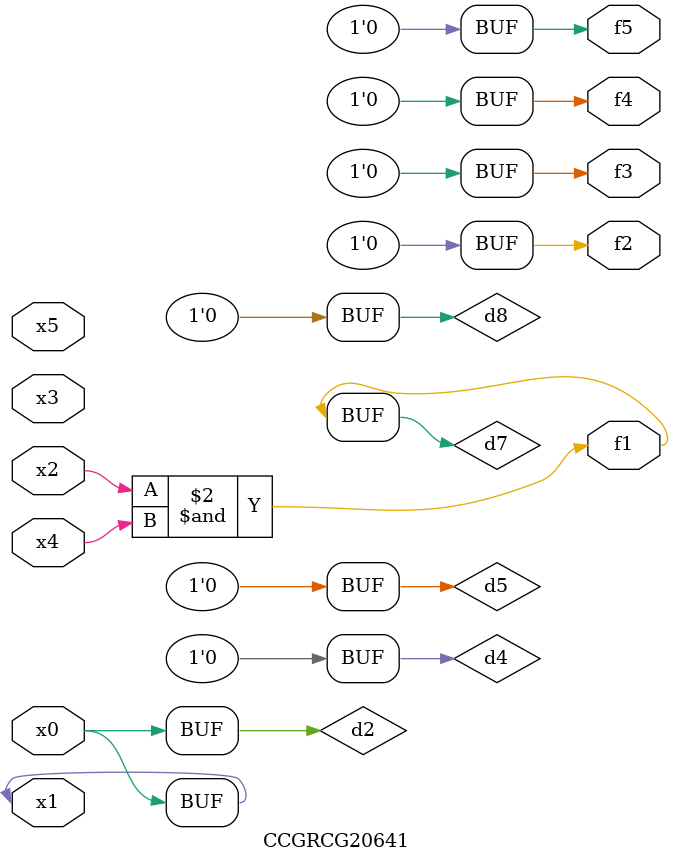
<source format=v>
module CCGRCG20641(
	input x0, x1, x2, x3, x4, x5,
	output f1, f2, f3, f4, f5
);

	wire d1, d2, d3, d4, d5, d6, d7, d8, d9;

	nand (d1, x1);
	buf (d2, x0, x1);
	nand (d3, x2, x4);
	and (d4, d1, d2);
	and (d5, d1, d2);
	nand (d6, d1, d3);
	not (d7, d3);
	xor (d8, d5);
	nor (d9, d5, d6);
	assign f1 = d7;
	assign f2 = d8;
	assign f3 = d8;
	assign f4 = d8;
	assign f5 = d8;
endmodule

</source>
